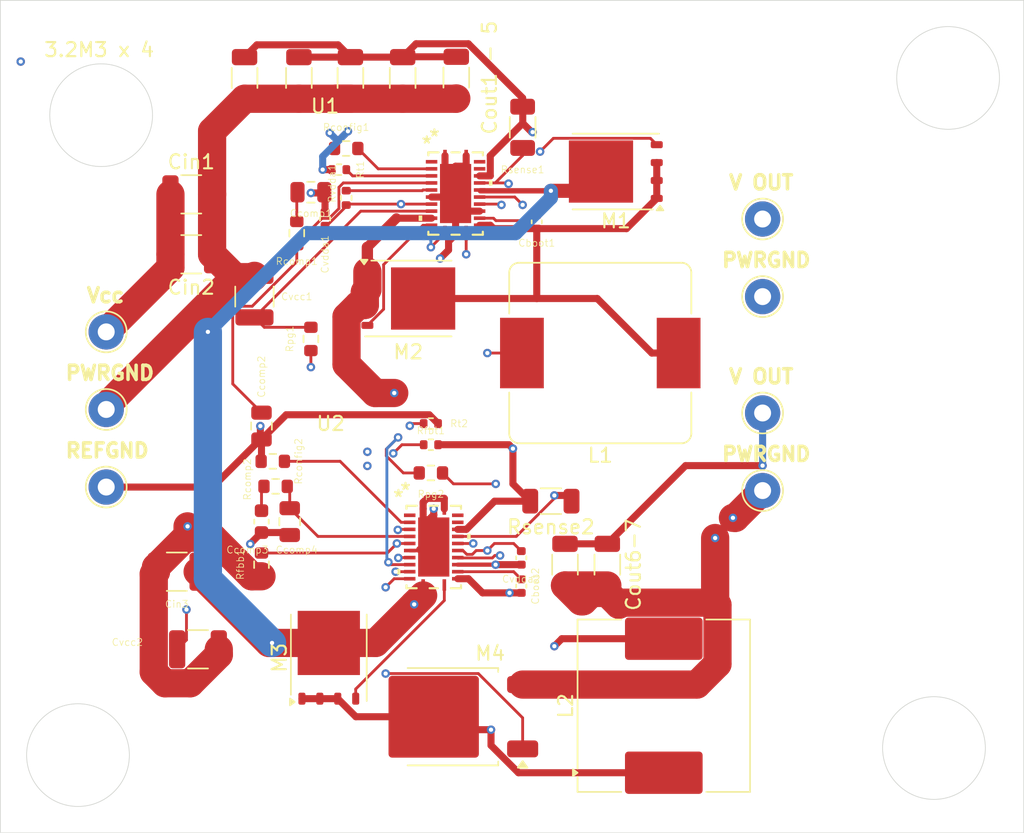
<source format=kicad_pcb>
(kicad_pcb (version 20241229) (generator "pcbnew") (generator_version "9.0")
  (layers (0 "F.Cu" signal) (4 "In1.Cu" mixed) (6 "In2.Cu" mixed) (2 "B.Cu" signal) (13 "F.Paste" user) (15 "B.Paste" user) (5 "F.SilkS" user "F.Silkscreen") (7 "B.SilkS" user "B.Silkscreen") (1 "F.Mask" user) (3 "B.Mask" user) (25 "Edge.Cuts" user))
  (net 0 "")
  (net 1 "Net-(U1-CBOOT)")
  (net 2 "Net-(M2-D)")
  (net 3 "Net-(M4-D)")
  (net 4 "Net-(U2-CBOOT)")
  (net 5 "GNDREF")
  (net 6 "Net-(Ccomp1-Pad1)")
  (net 7 "Net-(U1-EXTCOMP)")
  (net 8 "Net-(Ccomp3-Pad2)")
  (net 9 "Net-(U2-EXTCOMP)")
  (net 10 "GNDPWR")
  (net 11 "VCC")
  (net 12 "Net-(Con2-Pin_1)")
  (net 13 "Net-(Con3-Pin_1)")
  (net 14 "Net-(U1-VCC)")
  (net 15 "Net-(U2-VCC)")
  (net 16 "Net-(U1-PFM{slash}SYNC)")
  (net 17 "Net-(U2-PFM{slash}SYNC)")
  (net 18 "Net-(U1-ISNS+)")
  (net 19 "Net-(U2-ISNS+)")
  (net 20 "Net-(M1-G)")
  (net 21 "Net-(M2-G)")
  (net 22 "Net-(M3-G)")
  (net 23 "Net-(M4-G)")
  (net 24 "Net-(U1-CNFG)")
  (net 25 "Net-(U2-CNFG)")
  (net 26 "Net-(U2-FB)")
  (net 27 "Net-(U1-PG{slash}SYNCOUT)")
  (net 28 "Net-(U2-PG{slash}SYNCOUT)")
  (net 29 "Net-(U1-RT)")
  (net 30 "Net-(U2-RT)")
  (net 31 "Net-(U1-FB)")
  (footprint "Resistor_SMD:R_0402_1005Metric" (layer "F.Cu") (at 70 50 180)
    (property "Reference" "Rfbt1")
    (property "Value" "232K")
  )
  (footprint "Resistor_SMD:R_0603_1608Metric" (layer "F.Cu") (at 70 52)
    (property "Reference" "Rpg2")
    (property "Value" "100k")
  )
  (footprint "Capacitor_SMD:C_0402_1005Metric" (layer "F.Cu") (at 76.4036 58.02 -90)
    (property "Reference" "Cvdda2")
    (property "Value" "100n")
  )
  (footprint "Capacitor_SMD:C_0402_1005Metric" (layer "F.Cu") (at 76.4036 60.02 -90)
    (property "Reference" "Cboot2")
    (property "Value" "100n")
  )
  (footprint "Resistor_SMD:R_0402_1005Metric" (layer "F.Cu") (at 70 48.5 180)
    (property "Reference" "Rt2")
    (property "Value" "29.4K")
  )
  (footprint "Capacitor_SMD:C_0805_2012Metric" (layer "F.Cu") (at 60 55.45 90)
    (property "Reference" "Ccomp4")
    (property "Value" "68p")
  )
  (footprint "Capacitor_SMD:C_1210_3225Metric" (layer "F.Cu") (at 52 59 180)
    (property "Reference" "Cin3")
    (property "Value" "3.3u")
  )
  (footprint "Resistor_SMD:R_0603_1608Metric" (layer "F.Cu") (at 58 58.5 -90)
    (property "Reference" "Rfbb1")
    (property "Value" "10K")
  )
  (footprint "Wire Holes:Vout Holed" (layer "F.Cu") (at 93.5 34)
    (property "Reference" "Con2" (hide yes))
    (property "Value" "12V Out" (hide yes))
  )
  (footprint "Resistor_SMD:R_0603_1608Metric" (layer "F.Cu") (at 58.8 51.175)
    (property "Reference" "Rconfig2")
    (property "Value" "40.2K")
  )
  (footprint "Resistor_SMD:R_0603_1608Metric" (layer "F.Cu") (at 61.5 42.5 -90)
    (property "Reference" "Rpg1")
    (property "Value" "100K")
  )
  (footprint "Package_TO_SOT_SMD:TO-252-2" (layer "F.Cu") (at 71.46 69.28 180)
    (property "Reference" "M4")
    (property "Value" "100V 200A")
  )
  (footprint "Capacitor_SMD:C_1206_3216Metric" (layer "F.Cu") (at 79.5 58.5 -90)
    (property "Reference" "Cout7" (hide yes))
    (property "Value" "4.7u")
  )
  (footprint "Resistor_SMD:R_0603_1608Metric" (layer "F.Cu") (at 59 52.95)
    (property "Reference" "Rcomp2")
    (property "Value" "5.23k")
  )
  (footprint "Package_TO_SOT_SMD:TDSON-8-1" (layer "F.Cu") (at 83.1 30.635 180)
    (property "Reference" "M1")
    (property "Value" "80V 77A")
  )
  (footprint "Resistor_SMD:R_1206_3216Metric" (layer "F.Cu") (at 76.5 27.5 90)
    (property "Reference" "Rsense1")
    (property "Value" "6m")
  )
  (footprint "Inductor_SMD:L_Coilcraft_MSS1210-XXX" (layer "F.Cu") (at 86.5 68.5 90)
    (property "Reference" "L2")
    (property "Value" "10u")
  )
  (footprint "Resistor_SMD:R_0603_1608Metric" (layer "F.Cu") (at 60.5 35 -90)
    (property "Reference" "Rcomp1")
    (property "Value" "4.7K")
  )
  (footprint "Capacitor_SMD:C_0805_2012Metric" (layer "F.Cu") (at 61.5 32.1)
    (property "Reference" "Ccomp1")
    (property "Value" "3.9n")
  )
  (footprint "Capacitor_SMD:C_1210_3225Metric" (layer "F.Cu") (at 53.025 32.25)
    (property "Reference" "Cin1")
    (property "Value" "2.2u")
  )
  (footprint "Capacitor_SMD:C_1206_3216Metric" (layer "F.Cu") (at 68 24 -90)
    (property "Reference" "Cout2" (hide yes))
    (property "Value" "10u")
  )
  (footprint "Resistor_SMD:R_0603_1608Metric" (layer "F.Cu") (at 64 29)
    (property "Reference" "Rconfig1")
    (property "Value" "40.2K")
  )
  (footprint "Capacitor_SMD:C_0805_2012Metric" (layer "F.Cu") (at 58 48.675 -90)
    (property "Reference" "Ccomp2")
    (property "Value" "100p")
  )
  (footprint "Resistor_SMD:R_0402_1005Metric" (layer "F.Cu") (at 64 32.5 -90)
    (property "Reference" "Rvdda1")
    (property "Value" "47.5K")
  )
  (footprint "Wire Holes:Vin Holes" (layer "F.Cu") (at 47 42)
    (property "Reference" "Con1" (hide yes))
    (property "Value" "Battery In" (hide yes))
  )
  (footprint "Wire Holes:Vout Holed" (layer "F.Cu") (at 93.5 47.75)
    (property "Reference" "Con3" (hide yes))
    (property "Value" "19.5V Out" (hide yes))
  )
  (footprint "Inductor_SMD:L_Bourns_SRP1245A" (layer "F.Cu") (at 82 43.5 180)
    (property "Reference" "L1")
    (property "Value" "6.8u")
  )
  (footprint "Capacitor_SMD:C_1206_3216Metric" (layer "F.Cu") (at 82.5 58.5 -90)
    (property "Reference" "Cout6-7")
    (property "Value" "4.7u")
  )
  (footprint "Capacitor_SMD:C_1206_3216Metric" (layer "F.Cu") (at 64.3 24 -90)
    (property "Reference" "Cout3" (hide yes))
    (property "Value" "10u")
  )
  (footprint "Capacitor_SMD:C_1206_3216Metric" (layer "F.Cu") (at 60.65 24 -90)
    (property "Reference" "Cout4" (hide yes))
    (property "Value" "10u")
  )
  (footprint "Resistor_SMD:R_0402_1005Metric" (layer "F.Cu") (at 63.5 30.5)
    (property "Reference" "Rt1")
    (property "Value" "39K")
  )
  (footprint "LM5149:VQFN24_RGY_TEX" (layer "F.Cu") (at 71.75 32.1924)
    (property "Reference" "U1")
    (property "Value" "LM5149RGYR")
  )
  (footprint "Package_TO_SOT_SMD:TDSON-8-1" (layer "F.Cu") (at 68.4 39.635)
    (property "Reference" "M2")
    (property "Value" "80V 77A")
  )
  (footprint "LM5149:VQFN24_RGY_TEX" (layer "F.Cu") (at 70.2018 57.25)
    (property "Reference" "U2")
    (property "Value" "LM5149RGYR")
  )
  (footprint "Resistor_SMD:R_1206_3216Metric" (layer "F.Cu") (at 78.5 54 180)
    (property "Reference" "Rsense2")
    (property "Value" "9m")
  )
  (footprint "Capacitor_SMD:C_0603_1608Metric" (layer "F.Cu") (at 58 55.45 90)
    (property "Reference" "Ccomp3")
    (property "Value" "2.7n")
  )
  (footprint "Capacitor_SMD:C_1210_3225Metric" (layer "F.Cu") (at 53.025 36.5)
    (property "Reference" "Cin2")
    (property "Value" "2.2u")
  )
  (footprint "Capacitor_SMD:C_0402_1005Metric" (layer "F.Cu") (at 62.5 34 90)
    (property "Reference" "Cvdda1")
    (property "Value" "100n")
  )
  (footprint "Capacitor_SMD:C_1210_3225Metric" (layer "F.Cu") (at 57.5 39.5 90)
    (property "Reference" "Cvcc1")
    (property "Value" "2.2u")
  )
  (footprint "Capacitor_SMD:C_1206_3216Metric" (layer "F.Cu") (at 56.8 24 -90)
    (property "Reference" "Cout5" (hide yes))
    (property "Value" "10u")
  )
  (footprint "Capacitor_SMD:C_1206_3216Metric" (layer "F.Cu") (at 71.8 23.975 -90)
    (property "Reference" "Cout1 - 5")
    (property "Value" "10u")
  )
  (footprint "Package_TO_SOT_SMD:TDSON-8-1" (layer "F.Cu") (at 62.7686 65.1 90)
    (property "Reference" "M3")
    (property "Value" "80V 77A")
  )
  (footprint "Capacitor_SMD:C_1210_3225Metric" (layer "F.Cu") (at 53.5 64.5)
    (property "Reference" "Cvcc2")
    (property "Value" "2.2u")
  )
  (footprint "Capacitor_SMD:C_0402_1005Metric" (layer "F.Cu") (at 77.5 34.2 -90)
    (property "Reference" "Cboot1")
    (property "Value" "100n")
  )
  (gr_circle (center 46.640055 26.640055) (end 50.140055 25.640055) (stroke (width 0.05)) (fill no) (layer "Edge.Cuts"))
  (gr_circle (center 105.640055 71.5) (end 109.140055 70.5) (stroke (width 0.05)) (fill no) (layer "Edge.Cuts"))
  (gr_rect (start 39.5 18.5) (end 112 77.5) (stroke (width 0.05)) (fill no) (layer "Edge.Cuts"))
  (gr_circle (center 45 72) (end 48.5 71) (stroke (width 0.05)) (fill no) (layer "Edge.Cuts"))
  (gr_circle (center 106.640055 24) (end 110.140055 23) (stroke (width 0.05)) (fill no) (layer "Edge.Cuts"))
  (gr_text "3.2M3 x 4" (at 46.5 22 0) (layer "F.SilkS") (effects (font (size 1 1))))
  (segment (start 74.6082 34.1148) (end 77.1052 34.1148) (width 0.2) (layer "F.Cu") (net 1))
  (segment (start 74.4358 33.9424) (end 74.6082 34.1148) (width 0.2) (layer "F.Cu") (net 1))
  (segment (start 77.1052 34.1148) (end 77.5 33.72) (width 0.2) (layer "F.Cu") (net 1))
  (segment (start 73.4518 33.9424) (end 74.4358 33.9424) (width 0.2) (layer "F.Cu") (net 1))
  (segment (start 69.45 39.635) (end 77.5 39.635) (width 0.5) (layer "F.Cu") (net 2))
  (segment (start 81.785 39.635) (end 85.65 43.5) (width 0.5) (layer "F.Cu") (net 2))
  (segment (start 83.86 34.68) (end 86 32.54) (width 0.5) (layer "F.Cu") (net 2))
  (segment (start 73.4518 34.4424) (end 74.2082 34.4424) (width 0.5) (layer "F.Cu") (net 2))
  (segment (start 74.2082 34.4424) (end 74.4458 34.68) (width 0.5) (layer "F.Cu") (net 2))
  (segment (start 86 32.54) (end 86 31.27) (width 0.5) (layer "F.Cu") (net 2))
  (segment (start 87.55 43.5) (end 85.65 43.5) (width 0.5) (layer "F.Cu") (net 2))
  (segment (start 77.5 39.635) (end 81.785 39.635) (width 0.5) (layer "F.Cu") (net 2))
  (segment (start 77.5 39.635) (end 77.5 34.68) (width 0.5) (layer "F.Cu") (net 2))
  (segment (start 86 30) (end 86 31.27) (width 0.5) (layer "F.Cu") (net 2))
  (segment (start 74.4458 34.68) (end 77.5 34.68) (width 0.5) (layer "F.Cu") (net 2))
  (segment (start 77.5 34.68) (end 83.86 34.68) (width 0.5) (layer "F.Cu") (net 2))
  (segment (start 73.66 60.5) (end 72.66 59.5) (width 0.5) (layer "F.Cu") (net 3))
  (segment (start 75.5717 60.5) (end 76.4036 60.5) (width 0.5) (layer "F.Cu") (net 3))
  (segment (start 86.5 73.25) (end 76.2007 73.25) (width 0.5) (layer "F.Cu") (net 3))
  (segment (start 71.12 70.2) (end 70.2 69.28) (width 0.5) (layer "F.Cu") (net 3))
  (segment (start 62.1336 68) (end 63.4036 68) (width 0.5) (layer "F.Cu") (net 3))
  (segment (start 75.5717 60.5) (end 73.66 60.5) (width 0.5) (layer "F.Cu") (net 3))
  (segment (start 64.6836 69.28) (end 70.2 69.28) (width 0.5) (layer "F.Cu") (net 3))
  (segment (start 71.9036 59.5) (end 72.66 59.5) (width 0.5) (layer "F.Cu") (net 3))
  (segment (start 63.4036 68) (end 64.6836 69.28) (width 0.5) (layer "F.Cu") (net 3))
  (segment (start 60.8636 68) (end 62.1336 68) (width 0.5) (layer "F.Cu") (net 3))
  (segment (start 74.2595 71.3088) (end 74.2595 70.2) (width 0.5) (layer "F.Cu") (net 3))
  (segment (start 74.2595 70.2) (end 71.12 70.2) (width 0.5) (layer "F.Cu") (net 3))
  (segment (start 76.2007 73.25) (end 74.2595 71.3088) (width 0.5) (layer "F.Cu") (net 3))
  (via (at 75.5717 60.5) (size 0.6) (drill 0.3) (layers "F.Cu" "B.Cu") (net 3))
  (via (at 74.2595 70.2) (size 0.6) (drill 0.3) (layers "F.Cu" "B.Cu") (net 3))
  (segment (start 75.8636 59) (end 76.4036 59.54) (width 0.2) (layer "F.Cu") (net 4))
  (segment (start 71.9036 59) (end 75.8636 59) (width 0.2) (layer "F.Cu") (net 4))
  (segment (start 70.2014 54.9666) (end 69.854 55.314) (width 0.5) (layer "F.Cu") (net 5))
  (segment (start 64.1233 27.7793) (end 63.175 28.7276) (width 0.5) (layer "F.Cu") (net 5))
  (segment (start 70.2018 54.5372) (end 70.2014 54.5376) (width 0.5) (layer "F.Cu") (net 5))
  (segment (start 71.7436 30.2564) (end 71.6529 30.3471) (width 0.5) (layer "F.Cu") (net 5))
  (segment (start 47 53) (end 54.5439 53) (width 0.5) (layer "F.Cu") (net 5))
  (segment (start 74.581 58.5) (end 74.5851 58.5041) (width 0.5) (layer "F.Cu") (net 5))
  (segment (start 62.3965 32.1535) (end 62.45 32.1) (width 0.5) (layer "F.Cu") (net 5))
  (segment (start 57.9189 49.625) (end 57.9189 48.675) (width 0.5) (layer "F.Cu") (net 5))
  (segment (start 58 49.625) (end 57.9189 49.625) (width 0.5) (layer "F.Cu") (net 5))
  (segment (start 71.6529 30.3471) (end 71.6529 32.0953) (width 0.5) (layer "F.Cu") (net 5))
  (segment (start 58 56.225) (end 59.825 56.225) (width 0.5) (layer "F.Cu") (net 5))
  (segment (start 70.2018 57.25) (end 70.0246 57.4272) (width 0.5) (layer "F.Cu") (net 5))
  (segment (start 72.5 30.2564) (end 71.7436 30.2564) (width 0.5) (layer "F.Cu") (net 5))
  (segment (start 58 49.625) (end 59.7489 47.8761) (width 0.5) (layer "F.Cu") (net 5))
  (segment (start 58 56.225) (end 57.2065 57.0185) (width 0.5) (layer "F.Cu") (net 5))
  (segment (start 70.2018 57.0354) (end 70.2018 57.25) (width 0.5) (layer "F.Cu") (net 5))
  (segment (start 69.2061 57.4272) (end 69.1333 57.5) (width 0.2538) (layer "F.Cu") (net 5))
  (segment (start 71.2519 36.1964) (end 71.2519 35.5929) (width 0.5) (layer "F.Cu") (net 5))
  (segment (start 62.3965 32.1535) (end 62.5 32.257) (width 0.5) (layer "F.Cu") (net 5))
  (segment (start 71.0907 30.3471) (end 71 30.2564) (width 0.5) (layer "F.Cu") (net 5))
  (segment (start 69.4518 54.1794) (end 69.4518 54.0762) (width 0.5) (layer "F.Cu") (net 5))
  (segment (start 62.3343 30.5) (end 62.99 30.5) (width 0.5) (layer "F.Cu") (net 5))
  (segment (start 69.2083 57.4272) (end 69.2061 57.4272) (width 0.2538) (layer "F.Cu") (net 5))
  (segment (start 70.6533 36.795) (end 71.2519 36.1964) (width 0.5) (layer "F.Cu") (net 5))
  (segment (start 59.7489 47.8761) (end 69.8861 47.8761) (width 0.5) (layer "F.Cu") (net 5))
  (segment (start 62.5 32.257) (end 62.5 33.52) (width 0.5) (layer "F.Cu") (net 5))
  (segment (start 69.4518 54.5576) (end 69.4518 55.314) (width 0.5) (layer "F.Cu") (net 5))
  (segment (start 70.0482 32.4424) (end 71.5 32.4424) (width 0.5) (layer "F.Cu") (net 5))
  (segment (start 73.4518 33.4424) (end 72.6954 33.4424) (width 0.5) (layer "F.Cu") (net 5))
  (segment (start 69.854 55.314) (end 69.4518 55.314) (width 0.5) (layer "F.Cu") (net 5))
  (segment (start 61.5 32.1535) (end 62.3965 32.1535) (width 0.5) (layer "F.Cu") (net 5))
  (segment (start 69.7268 53.8012) (end 69.4518 54.0762) (width 0.5) (layer "F.Cu") (net 5))
  (segment (start 58 51.15) (end 58 49.625) (width 0.5) (layer "F.Cu") (net 5))
  (segment (start 71.75 33.4424) (end 72.6954 33.4424) (width 0.5) (layer "F.Cu") (net 5))
  (segment (start 69.4518 54.5576) (end 69.4518 54.5125) (width 0.5) (layer "F.Cu") (net 5))
  (segment (start 69.8861 47.8761) (end 70.51 48.5) (width 0.5) (layer "F.Cu") (net 5))
  (segment (start 70.9518 54.5576) (end 70.9518 53.8012) (width 0.5) (layer "F.Cu") (net 5))
  (segment (start 76.4036 58.5) (end 74.5892 58.5) (width 0.5) (layer "F.Cu") (net 5))
  (segment (start 70.9518 53.8012) (end 69.7268 53.8012) (width 0.5) (layer "F.Cu") (net 5))
  (segment (start 57.975 51.175) (end 58 51.15) (width 0.5) (layer "F.Cu") (net 5))
  (segment (start 71.75 33.4424) (end 71.75 32.1924) (width 0.5) (layer "F.Cu") (net 5))
  (segment (start 70.2014 54.5376) (end 70.2014 54.9666) (width 0.5) (layer "F.Cu") (net 5))
  (segment (start 70.2018 54.967) (end 70.2014 54.9666) (width 0.5) (layer "F.Cu") (net 5))
  (segment (start 54.5439 53) (end 57.9189 49.625) (width 0.5) (layer "F.Cu") (net 5))
  (segment (start 71.75 35.0949) (end 71.75 33.4424) (width 0.5) (layer "F.Cu") (net 5))
  (segment (start 68.5 57.5) (end 69.1333 57.5) (width 0.2538) (layer "F.Cu") (net 5))
  (segment (start 71 29.5) (end 71 30.2564) (width 0.5) (layer "F.Cu") (net 5))
  (segment (start 71.9036 58.5) (end 74.581 58.5) (width 0.3) (layer "F.Cu") (net 5))
  (segment (start 71.5 32.4424) (end 71.75 32.1924) (width 0.5) (layer "F.Cu") (net 5))
  (segment (start 70.2018 57.0354) (end 70.2018 54.967) (width 0.5) (layer "F.Cu") (net 5))
  (segment (start 71.6529 30.3471) (end 71.0907 30.3471) (width 0.5) (layer "F.Cu") (net 5))
  (segment (start 71.252 35.5929) (end 71.75 35.0949) (width 0.5) (layer "F.Cu") (net 5))
  (segment (start 59.825 56.225) (end 60 56.4) (width 0.5) (layer "F.Cu") (net 5))
  (segment (start 63.175 28.7276) (end 63.175 29) (width 0.5) (layer "F.Cu") (net 5))
  (segment (start 71.2519 35.5929) (end 71.252 35.5929) (width 0.5) (layer "F.Cu") (net 5))
  (segment (start 74.5892 58.5) (end 74.5851 58.5041) (width 0.5) (layer "F.Cu") (net 5))
  (segment (start 70.0246 57.4272) (end 69.2083 57.4272) (width 0.5) (layer "F.Cu") (net 5))
  (segment (start 71.6529 32.0953) (end 71.75 32.1924) (width 0.5) (layer "F.Cu") (net 5))
  (segment (start 69.4518 54.1794) (end 69.4518 54.5125) (width 0.5) (layer "F.Cu") (net 5))
  (segment (start 72.5 29.5) (end 72.5 30.2564) (width 0.5) (layer "F.Cu") (net 5))
  (segment (start 57.2065 57.0185) (end 57.2065 57.0353) (width 0.5) (layer "F.Cu") (net 5))
  (via (at 64.1233 27.7793) (size 0.6) (drill 0.3) (layers "F.Cu" "B.Cu") (net 5))
  (via (at 70.6533 36.795) (size 0.6) (drill 0.3) (layers "F.Cu" "B.Cu") (net 5))
  (via (at 74.5851 58.5041) (size 0.6) (drill 0.3) (layers "F.Cu" "B.Cu") (net 5))
  (via (at 57.9189 48.675) (size 0.6) (drill 0.3) (layers "F.Cu" "B.Cu") (net 5))
  (via (at 62.8353 27.9021) (size 0.6) (drill 0.3) (layers "F.Cu" "B.Cu") (net 5))
  (via (at 62.3343 30.5) (size 0.6) (drill 0.3) (layers "F.Cu" "B.Cu") (net 5))
  (via (at 61.5 32.1535) (size 0.6) (drill 0.3) (layers "F.Cu" "B.Cu") (net 5))
  (via (at 40.9433 22.84) (size 0.6) (drill 0.3) (layers "F.Cu" "B.Cu") (net 5))
  (via (at 57.2065 57.0353) (size 0.6) (drill 0.3) (layers "F.Cu" "B.Cu") (net 5))
  (via (at 70.2018 54.5372) (size 0.6) (drill 0.3) (layers "F.Cu" "B.Cu") (net 5))
  (segment (start 64.1233 27.7793) (end 63.4179 28.4847) (width 0.5) (layer "B.Cu") (net 5))
  (segment (start 62.3343 29.5683) (end 62.3343 30.5) (width 0.5) (layer "B.Cu") (net 5))
  (segment (start 63.4179 28.4847) (end 62.8353 27.9021) (width 0.5) (layer "B.Cu") (net 5))
  (segment (start 63.4179 28.4847) (end 62.3343 29.5683) (width 0.5) (layer "B.Cu") (net 5))
  (segment (start 60.55 32.1) (end 60.5 32.15) (width 0.2) (layer "F.Cu") (net 6))
  (segment (start 60.5 32.15) (end 60.5 34.175) (width 0.2) (layer "F.Cu") (net 6))
  (segment (start 58 47.725) (end 55.9643 45.6893) (width 0.2) (layer "F.Cu") (net 7))
  (segment (start 63.7961 31.4424) (end 63.4858 31.7527) (width 0.2) (layer "F.Cu") (net 7))
  (segment (start 60.5 37.0241) (end 60.5 35.825) (width 0.2) (layer "F.Cu") (net 7))
  (segment (start 62.7911 33.9522) (end 62.2908 33.9522) (width 0.2) (layer "F.Cu") (net 7))
  (segment (start 57.343 40.1811) (end 60.5 37.0241) (width 0.2) (layer "F.Cu") (net 7))
  (segment (start 55.9643 45.6893) (end 55.9643 40.4936) (width 0.2) (layer "F.Cu") (net 7))
  (segment (start 63.4858 33.2575) (end 62.7911 33.9522) (width 0.2) (layer "F.Cu") (net 7))
  (segment (start 62.2908 33.9522) (end 60.5 35.743) (width 0.2) (layer "F.Cu") (net 7))
  (segment (start 70.0482 31.4424) (end 63.7961 31.4424) (width 0.2) (layer "F.Cu") (net 7))
  (segment (start 56.2768 40.1811) (end 57.343 40.1811) (width 0.2) (layer "F.Cu") (net 7))
  (segment (start 63.4858 31.7527) (end 63.4858 33.2575) (width 0.2) (layer "F.Cu") (net 7))
  (segment (start 60.5 35.743) (end 60.5 35.825) (width 0.2) (layer "F.Cu") (net 7))
  (segment (start 55.9643 40.4936) (end 56.2768 40.1811) (width 0.2) (layer "F.Cu") (net 7))
  (segment (start 58 53.125) (end 58 54.675) (width 0.2) (layer "F.Cu") (net 8))
  (segment (start 58.175 52.95) (end 58 53.125) (width 0.2) (layer "F.Cu") (net 8))
  (segment (start 60 54.5) (end 62 56.5) (width 0.2) (layer "F.Cu") (net 9))
  (segment (start 60 53.125) (end 60 54.5) (width 0.2) (layer "F.Cu") (net 9))
  (segment (start 62 56.5) (end 68.5 56.5) (width 0.2) (layer "F.Cu") (net 9))
  (segment (start 59.825 52.95) (end 60 53.125) (width 0.2) (layer "F.Cu") (net 9))
  (segment (start 91.5675 55.1826) (end 91.5675 55.1825) (width 2) (layer "F.Cu") (net 10))
  (segment (start 91.3977 55.1826) (end 91.5675 55.1826) (width 2) (layer "F.Cu") (net 10))
  (segment (start 54.975 64.8849) (end 52.9523 66.9076) (width 2) (layer "F.Cu") (net 10))
  (segment (start 54.975 64.5) (end 54.975 64.8849) (width 2) (layer "F.Cu") (net 10))
  (segment (start 70.0482 33.942399) (end 67.557601 33.942399) (width 0.5) (layer "F.Cu") (net 10))
  (segment (start 90.3026 61.3624) (end 90.1375 61.1973) (width 2) (layer "F.Cu") (net 10))
  (segment (start 56.1211 38.1211) (end 47 47.2422) (width 2) (layer "F.Cu") (net 10))
  (segment (start 81.3797 60.5057) (end 80.7895 61.0959) (width 2) (layer "F.Cu") (net 10))
  (segment (start 65.5 39) (end 65.5 37.73) (width 2) (layer "F.Cu") (net 10))
  (segment (start 52.7626 56.5974) (end 52.6098 56.5974) (width 2) (layer "F.Cu") (net 10))
  (segment (start 51.1655 66.9076) (end 50.3692 66.1113) (width 2) (layer "F.Cu") (net 10))
  (segment (start 65.3218 40.0918) (end 64.8585 40.0918) (width 2) (layer "F.Cu") (net 10))
  (segment (start 83.3171 61.3406) (end 83.317 61.3406) (width 2) (layer "F.Cu") (net 10))
  (segment (start 82.5 59.975) (end 79.5 59.975) (width 2) (layer "F.Cu") (net 10))
  (segment (start 65.3218 40.0918) (end 65.5 40.27) (width 0.5008) (layer "F.Cu") (net 10))
  (segment (start 54.5824 56.5974) (end 52.7626 56.5974) (width 2) (layer "F.Cu") (net 10))
  (segment (start 57.31 59.325) (end 54.5824 56.5974) (width 2) (layer "F.Cu") (net 10))
  (segment (start 68.5 58.999999) (end 67.5 59) (width 0.2) (layer "F.Cu") (net 10))
  (segment (start 56.1211 38.1211) (end 54.5 36.5) (width 2) (layer "F.Cu") (net 10))
  (segment (start 64.0228 40.9275) (end 64.0228 44.3037) (width 2) (layer "F.Cu") (net 10))
  (segment (start 71.8 25.45) (end 71.775 25.475) (width 2) (layer "F.Cu") (net 10))
  (segment (start 66.0521 46.333) (end 67.4039 46.333) (width 2) (layer "F.Cu") (net 10))
  (segment (start 63.2894 25.475) (end 64.3 25.475) (width 2) (layer "F.Cu") (net 10))
  (segment (start 54.5 27.775) (end 54.5 32.25) (width 2) (layer "F.Cu") (net 10))
  (segment (start 60.65 25.475) (end 63.2894 25.475) (width 2) (layer "F.Cu") (net 10))
  (segment (start 83.4604 61.1973) (end 83.3171 61.3406) (width 2) (layer "F.Cu") (net 10))
  (segment (start 82.6235 60.6471) (end 82.5995 60.6471) (width 2) (layer "F.Cu") (net 10))
  (segment (start 71.775 25.475) (end 68 25.475) (width 2) (layer "F.Cu") (net 10))
  (segment (start 80.7895 61.0959) (end 80.6209 61.0959) (width 2) (layer "F.Cu") (net 10))
  (segment (start 83.317 61.3406) (end 82.6235 60.6471) (width 2) (layer "F.Cu") (net 10))
  (segment (start 56.8 25.475) (end 54.5 27.775) (width 2) (layer "F.Cu") (net 10))
  (segment (start 90.1375 61.1973) (end 83.4604 61.1973) (width 2) (layer "F.Cu") (net 10))
  (segment (start 90.1375 61.1973) (end 90.1375 56.6125) (width 2) (layer "F.Cu") (net 10))
  (segment (start 47 47.2422) (end 47 47.5) (width 2) (layer "F.Cu") (net 10))
  (segment (start 54.5 36.5) (end 54.5 32.25) (width 2) (layer "F.Cu") (net 10))
  (segment (start 52.9523 66.9076) (end 51.1655 66.9076) (width 2) (layer "F.Cu") (net 10))
  (segment (start 64.8585 40.0918) (end 64.0228 40.9275) (width 2) (layer "F.Cu") (net 10))
  (segment (start 90.3026 65.5395) (end 90.3026 61.3624) (width 2) (layer "F.Cu") (net 10))
  (segment (start 80.6209 61.0959) (end 79.5 59.975) (width 2) (layer "F.Cu") (net 10))
  (segment (start 58 59.325) (end 57.31 59.325) (width 2) (layer "F.Cu") (net 10))
  (segment (start 91.5675 55.1825) (end 93.5 53.25) (width 2) (layer "F.Cu") (net 10))
  (segment (start 76.5 67) (end 88.8421 67) (width 2) (layer "F.Cu") (net 10))
  (segment (start 50.3692 66.1113) (end 50.3692 59.1558) (width 2) (layer "F.Cu") (net 10))
  (segment (start 52.6098 56.5974) (end 50.525 58.6822) (width 2) (layer "F.Cu") (net 10))
  (segment (start 57.4039 38.1211) (end 57.5 38.025) (width 2) (layer "F.Cu") (net 10))
  (segment (start 64.0228 44.3037) (end 66.0521 46.333) (width 2) (layer "F.Cu") (net 10))
  (segment (start 50.3692 59.1558) (end 50.525 59) (width 2) (layer "F.Cu") (net 10))
  (segment (start 88.8421 67) (end 90.3026 65.5395) (width 2) (layer "F.Cu") (net 10))
  (segment (start 82.4581 60.5057) (end 81.3797 60.5057) (width 2) (layer "F.Cu") (net 10))
  (segment (start 63.2894 25.475) (end 68 25.475) (width 2) (layer "F.Cu") (net 10))
  (segment (start 56.1211 38.1211) (end 57.4039 38.1211) (width 2) (layer "F.Cu") (net 10))
  (segment (start 67.557601 33.942399) (end 65.5 36) (width 0.7) (layer "F.Cu") (net 10))
  (segment (start 65.3218 39.1782) (end 65.3218 40.0918) (width 2) (layer "F.Cu") (net 10))
  (segment (start 82.5995 60.6471) (end 82.4581 60.5057) (width 2) (layer "F.Cu") (net 10))
  (segment (start 65.5 36) (end 65.5 37.73) (width 0.8) (layer "F.Cu") (net 10))
  (segment (start 65.5 39) (end 65.3218 39.1782) (width 2) (layer "F.Cu") (net 10))
  (segment (start 56.8 25.475) (end 60.65 25.475) (width 2) (layer "F.Cu") (net 10))
  (segment (start 52.7626 56.5974) (end 52.7626 55.7862) (width 2) (layer "F.Cu") (net 10))
  (segment (start 50.525 58.6822) (end 50.525 59) (width 2) (layer "F.Cu") (net 10))
  (via (at 65.5 51.5) (size 0.6) (drill 0.3) (layers "F.Cu" "B.Cu") (net 10))
  (via (at 67.5 59) (size 0.6) (drill 0.3) (layers "F.Cu" "B.Cu") (net 10))
  (via (at 67.4039 46.333) (size 0.6) (drill 0.3) (layers "F.Cu" "B.Cu") (net 10))
  (via (at 91.3977 55.1826) (size 0.6) (drill 0.3) (layers "F.Cu" "B.Cu") (net 10))
  (via (at 65.5 50.5) (size 0.6) (drill 0.3) (layers "F.Cu" "B.Cu") (net 10))
  (via (at 90.1375 56.6125) (size 0.6) (drill 0.3) (layers "F.Cu" "B.Cu") (net 10))
  (via (at 52.7626 55.7862) (size 0.6) (drill 0.3) (layers "F.Cu" "B.Cu") (net 10))
  (segment (start 62.7686 64.05) (end 66.0807 64.05) (width 2) (layer "F.Cu") (net 11))
  (segment (start 70.999999 35.000001) (end 70 36) (width 0.2) (layer "F.Cu") (net 11))
  (segment (start 68.81535 61.31535) (end 69.4518 60.6789) (width 2) (layer "F.Cu") (net 11))
  (segment (start 82.05 30.635) (end 80.685 32) (width 1) (layer "F.Cu") (net 11))
  (segment (start 70.999999 34.8848) (end 70.999999 35.000001) (width 0.2) (layer "F.Cu") (net 11))
  (segment (start 66.0807 64.05) (end 68.81535 61.31535) (width 2) (layer "F.Cu") (net 11))
  (segment (start 73.5094 32) (end 73.4518 31.9424) (width 0.2) (layer "F.Cu") (net 11))
  (segment (start 69.4518 60.6789) (end 69.4518 59.9424) (width 0.2538) (layer "F.Cu") (net 11))
  (segment (start 53.475 59) (end 58.525 64.05) (width 2) (layer "F.Cu") (net 11))
  (segment (start 78.5 32) (end 73.5094 32) (width 0.381) (layer "F.Cu") (net 11))
  (segment (start 47 42) (end 51.55 37.45) (width 2) (layer "F.Cu") (net 11))
  (segment (start 51.55 36.5) (end 51.55 32.25) (width 2) (layer "F.Cu") (net 11))
  (segment (start 51.55 37.45) (end 51.55 36.5) (width 2) (layer "F.Cu") (net 11))
  (segment (start 80.685 32) (end 78.5 32) (width 1) (layer "F.Cu") (net 11))
  (segment (start 58.525 64.05) (end 58.7473 64.05) (width 2) (layer "F.Cu") (net 11))
  (segment (start 58.7473 64.05) (end 62.7686 64.05) (width 2) (layer "F.Cu") (net 11))
  (segment (start 71.9036 57) (end 73 57) (width 0.2) (layer "F.Cu") (net 11))
  (via (at 68.81535 61.31535) (size 0.6) (drill 0.3) (layers "F.Cu" "B.Cu") (net 11))
  (via (at 58.7473 64.05) (size 0.6) (drill 0.3) (layers "F.Cu" "B.Cu") (net 11))
  (via (at 54.2025 42) (size 0.6) (drill 0.3) (layers "F.Cu" "B.Cu") (net 11))
  (via (at 70 36) (size 0.6) (drill 0.3) (layers "F.Cu" "B.Cu") (net 11))
  (via (at 78.5 32) (size 0.6) (drill 0.3) (layers "F.Cu" "B.Cu") (net 11))
  (via (at 73 57) (size 0.6) (drill 0.3) (layers "F.Cu" "B.Cu") (net 11))
  (segment (start 70 35.5) (end 69.5 35) (width 0.2) (layer "B.Cu") (net 11))
  (segment (start 78.5 32.5) (end 78.5 32) (width 1) (layer "B.Cu") (net 11))
  (segment (start 54.2025 42) (end 61.2025 35) (width 1) (layer "B.Cu") (net 11))
  (segment (start 54.2025 42) (end 54.2025 59.5052) (width 2) (layer "B.Cu") (net 11))
  (segment (start 70 36) (end 70 35.5) (width 0.2) (layer "B.Cu") (net 11))
  (segment (start 61.2025 35) (end 69.5 35) (width 1) (layer "B.Cu") (net 11))
  (segment (start 54.2025 59.5052) (end 58.7473 64.05) (width 2) (layer "B.Cu") (net 11))
  (segment (start 76 35) (end 78.5 32.5) (width 1) (layer "B.Cu") (net 11))
  (segment (start 69.5 35) (end 76 35) (width 1) (layer "B.Cu") (net 11))
  (segment (start 72.6569 21.5783) (end 76.5 25.4214) (width 0.5) (layer "F.Cu") (net 12))
  (segment (start 68.025 22.5) (end 68 22.525) (width 0.5) (layer "F.Cu") (net 12))
  (segment (start 64.3 22.525) (end 63.4283 21.6533) (width 0.5) (layer "F.Cu") (net 12))
  (segment (start 73.4518 30.9424) (end 74.2082 30.9424) (width 0.5) (layer "F.Cu") (net 12))
  (segment (start 71.8 22.5) (end 68.025 22.5) (width 0.5) (layer "F.Cu") (net 12))
  (segment (start 76.5086 26.0461) (end 76.5 26.0375) (width 0.5) (layer "F.Cu") (net 12))
  (segment (start 74.2082 29.5105) (end 74.2082 30.9424) (width 0.5) (layer "F.Cu") (net 12))
  (segment (start 76.5086 27.2101) (end 74.2082 29.5105) (width 0.5) (layer "F.Cu") (net 12))
  (segment (start 76.5 25.4214) (end 76.5 26.0375) (width 0.5) (layer "F.Cu") (net 12))
  (segment (start 68 22.525) (end 68.9467 21.5783) (width 0.5) (layer "F.Cu") (net 12))
  (segment (start 77.2081 27.8395) (end 77.138 27.8395) (width 0.5) (layer "F.Cu") (net 12))
  (segment (start 77.138 27.8395) (end 76.5086 27.2101) (width 0.5) (layer "F.Cu") (net 12))
  (segment (start 76.5086 27.2101) (end 76.5086 26.0461) (width 0.5) (layer "F.Cu") (net 12))
  (segment (start 68 22.525) (end 64.3 22.525) (width 0.5) (layer "F.Cu") (net 12))
  (segment (start 68.9467 21.5783) (end 72.6569 21.5783) (width 0.5) (layer "F.Cu") (net 12))
  (segment (start 63.4283 21.6533) (end 57.6717 21.6533) (width 0.5) (layer "F.Cu") (net 12))
  (segment (start 64.3 22.525) (end 60.65 22.525) (width 0.5) (layer "F.Cu") (net 12))
  (segment (start 57.6717 21.6533) (end 56.8 22.525) (width 0.5) (layer "F.Cu") (net 12))
  (via (at 77.2081 27.8395) (size 0.6) (drill 0.3) (layers "F.Cu" "B.Cu") (net 12))
  (segment (start 75.8113 52.7738) (end 77.0375 54) (width 0.5) (layer "F.Cu") (net 13))
  (segment (start 72.5123 56) (end 71.9036 56) (width 0.5) (layer "F.Cu") (net 13))
  (segment (start 74.5123 54) (end 72.5123 56) (width 0.5) (layer "F.Cu") (net 13))
  (segment (start 70.51 50) (end 75.5363 50) (width 0.5) (layer "F.Cu") (net 13))
  (segment (start 75.5363 50) (end 75.8113 50.275) (width 0.5) (layer "F.Cu") (net 13))
  (segment (start 93.4974 51.48) (end 88.045 51.48) (width 0.5) (layer "F.Cu") (net 13))
  (segment (start 88.045 51.48) (end 82.5 57.025) (width 0.5) (layer "F.Cu") (net 13))
  (segment (start 79.5 57.025) (end 82.5 57.025) (width 0.5) (layer "F.Cu") (net 13))
  (segment (start 77.0375 54) (end 74.5123 54) (width 0.5) (layer "F.Cu") (net 13))
  (segment (start 75.8113 50.275) (end 75.8113 52.7738) (width 0.5) (layer "F.Cu") (net 13))
  (via (at 75.8113 50.275) (size 0.6) (drill 0.3) (layers "F.Cu" "B.Cu") (net 13))
  (via (at 93.4974 51.48) (size 0.6) (drill 0.3) (layers "F.Cu" "B.Cu") (net 13))
  (segment (start 93.5 47.75) (end 93.5 51.4774) (width 0.5) (layer "B.Cu") (net 13))
  (segment (start 93.5 51.4774) (end 93.4974 51.48) (width 0.5) (layer "B.Cu") (net 13))
  (segment (start 57.5 40.975) (end 65.0326 33.4424) (width 0.2) (layer "F.Cu") (net 14))
  (segment (start 58.2 41.675) (end 57.5 40.975) (width 0.2) (layer "F.Cu") (net 14))
  (segment (start 61.5 41.675) (end 58.2 41.675) (width 0.2) (layer "F.Cu") (net 14))
  (segment (start 65.0326 33.4424) (end 70.0482 33.4424) (width 0.2) (layer "F.Cu") (net 14))
  (segment (start 66.8425 50.3143) (end 66.8425 50.7939) (width 0.2) (layer "F.Cu") (net 15))
  (segment (start 66.8425 50.7939) (end 68.0486 52) (width 0.2) (layer "F.Cu") (net 15))
  (segment (start 67.6768 49.48) (end 66.8425 50.3143) (width 0.2) (layer "F.Cu") (net 15))
  (segment (start 68.0486 52) (end 69.175 52) (width 0.2) (layer "F.Cu") (net 15))
  (segment (start 52.6854 63.8396) (end 52.6854 61.6843) (width 0.2) (layer "F.Cu") (net 15))
  (segment (start 66.9911 58.3287) (end 67.1624 58.5) (width 0.2) (layer "F.Cu") (net 15))
  (segment (start 67.1624 58.5) (end 68.5 58.5) (width 0.2) (layer "F.Cu") (net 15))
  (segment (start 52.025 64.5) (end 52.6854 63.8396) (width 0.2) (layer "F.Cu") (net 15))
  (via (at 52.6854 61.6843) (size 0.6) (drill 0.3) (layers "F.Cu" "B.Cu") (net 15))
  (via (at 66.9911 58.3287) (size 0.6) (drill 0.3) (layers "F.Cu" "B.Cu") (net 15))
  (via (at 67.6768 49.48) (size 0.6) (drill 0.3) (layers "F.Cu" "B.Cu") (net 15))
  (segment (start 66.9911 58.3287) (end 66.8823 58.2199) (width 0.2) (layer "B.Cu") (net 15))
  (segment (start 66.8823 58.2199) (end 66.8823 50.2745) (width 0.2) (layer "B.Cu") (net 15))
  (segment (start 66.8823 50.2745) (end 67.6768 49.48) (width 0.2) (layer "B.Cu") (net 15))
  (segment (start 67.8818 32.9424) (end 70.0482 32.9424) (width 0.2) (layer "F.Cu") (net 16))
  (segment (start 64 33.0992) (end 64 33.01) (width 0.2) (layer "F.Cu") (net 16))
  (segment (start 75.9424 32.4424) (end 76.5 33) (width 0.2) (layer "F.Cu") (net 16))
  (segment (start 62.5 34.48) (end 62.6192 34.48) (width 0.2) (layer "F.Cu") (net 16))
  (segment (start 73.4518 32.4424) (end 75.9424 32.4424) (width 0.2) (layer "F.Cu") (net 16))
  (segment (start 62.6192 34.48) (end 64 33.0992) (width 0.2) (layer "F.Cu") (net 16))
  (segment (start 64 33.01) (end 64.0676 32.9424) (width 0.2) (layer "F.Cu") (net 16))
  (segment (start 64.0676 32.9424) (end 67.8818 32.9424) (width 0.2) (layer "F.Cu") (net 16))
  (via (at 67.8818 32.9424) (size 0.6) (drill 0.3) (layers "F.Cu" "B.Cu") (net 16))
  (via (at 76.5 33) (size 0.6) (drill 0.3) (layers "F.Cu" "B.Cu") (net 16))
  (segment (start 74 57.5) (end 74.5 57) (width 0.2) (layer "F.Cu") (net 17))
  (segment (start 67.7137 58) (end 67.6924 58.0213) (width 0.2) (layer "F.Cu") (net 17))
  (segment (start 73.2091 57.5) (end 72.9343 57.7748) (width 0.2) (layer "F.Cu") (net 17))
  (segment (start 74 57.5) (end 73.2091 57.5) (width 0.2) (layer "F.Cu") (net 17))
  (segment (start 72.9343 57.7748) (end 72.5472 57.7748) (width 0.2) (layer "F.Cu") (net 17))
  (segment (start 68.5 58) (end 67.7137 58) (width 0.2) (layer "F.Cu") (net 17))
  (segment (start 75.8636 57) (end 76.4036 57.54) (width 0.2) (layer "F.Cu") (net 17))
  (segment (start 74.5 57) (end 75.8636 57) (width 0.2) (layer "F.Cu") (net 17))
  (segment (start 72.2724 57.5) (end 71.9036 57.5) (width 0.2) (layer "F.Cu") (net 17))
  (segment (start 72.5472 57.7748) (end 72.2724 57.5) (width 0.2) (layer "F.Cu") (net 17))
  (via (at 74 57.5) (size 0.6) (drill 0.3) (layers "F.Cu" "B.Cu") (net 17))
  (via (at 67.6924 58.0213) (size 0.6) (drill 0.3) (layers "F.Cu" "B.Cu") (net 17))
  (segment (start 74.557601 31.442399) (end 76.5 29.5) (width 0.2) (layer "F.Cu") (net 18))
  (segment (start 74.557601 31.442399) (end 75.442399 31.442399) (width 0.2) (layer "F.Cu") (net 18))
  (segment (start 76.5 29.5) (end 76.5 28.9625) (width 0.2) (layer "F.Cu") (net 18))
  (segment (start 75.442399 31.442399) (end 75.5 31.5) (width 0.2) (layer "F.Cu") (net 18))
  (segment (start 73.4518 31.442399) (end 74.557601 31.442399) (width 0.2) (layer "F.Cu") (net 18))
  (segment (start 74 43.5) (end 76.45 43.5) (width 0.2) (layer "F.Cu") (net 18))
  (via (at 74 43.5) (size 0.6) (drill 0.3) (layers "F.Cu" "B.Cu") (net 18))
  (via (at 75.5 31.5) (size 0.6) (drill 0.3) (layers "F.Cu" "B.Cu") (net 18))
  (via (at 75.5 31.5) (size 0.6) (drill 0.3) (layers "F.Cu" "B.Cu") (net 18))
  (segment (start 79.5581 53.5956) (end 79.9625 54) (width 0.5) (layer "F.Cu") (net 19))
  (segment (start 78.7468 53.802228) (end 78.7468 53.5956) (width 0.2) (layer "F.Cu") (net 19))
  (segment (start 78.7468 53.5956) (end 79.5581 53.5956) (width 0.5) (layer "F.Cu") (net 19))
  (segment (start 71.9036 56.499999) (end 76.049029 56.499999) (width 0.2) (layer "F.Cu") (net 19))
  (segment (start 86.5 63.75) (end 79.2768 63.75) (width 0.5) (layer "F.Cu") (net 19))
  (segment (start 79.2768 63.75) (end 78.7468 64.28) (width 0.5) (layer "F.Cu") (net 19))
  (segment (start 76.049029 56.499999) (end 78.7468 53.802228) (width 0.2) (layer "F.Cu") (net 19))
  (via (at 78.7468 64.28) (size 0.6) (drill 0.3) (layers "F.Cu" "B.Cu") (net 19))
  (via (at 78.7468 53.5956) (size 0.6) (drill 0.3) (layers "F.Cu" "B.Cu") (net 19))
  (segment (start 86 28.73) (end 85.5483 28.2783) (width 0.2) (layer "F.Cu") (net 20))
  (segment (start 72.500001 35.480701) (end 72.5105 35.4912) (width 0.2) (layer "F.Cu") (net 20))
  (segment (start 85.5483 28.2783) (end 78.6779 28.2783) (width 0.2) (layer "F.Cu") (net 20))
  (segment (start 72.5 35.4912) (end 72.5 36.5) (width 0.2) (layer "F.Cu") (net 20))
  (segment (start 78.6779 28.2783) (end 77.7353 29.2209) (width 0.2) (layer "F.Cu") (net 20))
  (segment (start 72.500001 34.8848) (end 72.500001 35.480701) (width 0.2) (layer "F.Cu") (net 20))
  (segment (start 72.5105 35.4912) (end 72.5 35.4912) (width 0.2) (layer "F.Cu") (net 20))
  (via (at 72.5 36.5) (size 0.6) (drill 0.3) (layers "F.Cu" "B.Cu") (net 20))
  (via (at 77.7353 29.2209) (size 0.6) (drill 0.3) (layers "F.Cu" "B.Cu") (net 20))
  (segment (start 65.5 41.54) (end 65.5023 41.54) (width 0.2) (layer "F.Cu") (net 21))
  (segment (start 65.5023 41.54) (end 66.6517 40.3906) (width 0.2) (layer "F.Cu") (net 21))
  (segment (start 66.6517 37.2325) (end 69.4418 34.4424) (width 0.2) (layer "F.Cu") (net 21))
  (segment (start 70.0482 34.4424) (end 69.4418 34.4424) (width 0.2) (layer "F.Cu") (net 21))
  (segment (start 66.6517 40.3906) (end 66.6517 37.2325) (width 0.2) (layer "F.Cu") (net 21))
  (segment (start 64.6736 67.317) (end 70.9518 61.0388) (width 0.2) (layer "F.Cu") (net 22))
  (segment (start 70.9518 59.9424) (end 70.9518 61.0388) (width 0.2) (layer "F.Cu") (net 22))
  (segment (start 64.6736 68) (end 64.6736 67.317) (width 0.2) (layer "F.Cu") (net 22))
  (segment (start 76.5 71.56) (end 76.5 69.3595) (width 0.2) (layer "F.Cu") (net 23))
  (segment (start 76.5 69.3595) (end 73.3609 66.2204) (width 0.2) (layer "F.Cu") (net 23))
  (segment (start 66.7948 60.1032) (end 67.398 59.5) (width 0.2) (layer "F.Cu") (net 23))
  (segment (start 67.398 59.5) (end 68.5 59.5) (width 0.2) (layer "F.Cu") (net 23))
  (segment (start 73.3609 66.2204) (end 66.7948 66.2204) (width 0.2) (layer "F.Cu") (net 23))
  (via (at 66.7948 66.2204) (size 0.6) (drill 0.3) (layers "F.Cu" "B.Cu") (net 23))
  (via (at 66.7948 60.1032) (size 0.6) (drill 0.3) (layers "F.Cu" "B.Cu") (net 23))
  (segment (start 64.825 29) (end 66.2674 30.4424) (width 0.2) (layer "F.Cu") (net 24))
  (segment (start 66.2674 30.4424) (end 70.0482 30.4424) (width 0.2) (layer "F.Cu") (net 24))
  (segment (start 63.5686 51.175) (end 59.625 51.175) (width 0.2) (layer "F.Cu") (net 25))
  (segment (start 68.5 55.5) (end 67.8936 55.5) (width 0.2) (layer "F.Cu") (net 25))
  (segment (start 67.8936 55.5) (end 63.5686 51.175) (width 0.2) (layer "F.Cu") (net 25))
  (segment (start 67.9484 50) (end 67.3356 50.6128) (width 0.2) (layer "F.Cu") (net 26))
  (segment (start 68.5 57) (end 67.5924 57) (width 0.2) (layer "F.Cu") (net 26))
  (segment (start 69.49 50) (end 67.9484 50) (width 0.2) (layer "F.Cu") (net 26))
  (segment (start 66.9174 57.675) (end 58 57.675) (width 0.2) (layer "F.Cu") (net 26))
  (segment (start 67.5924 57) (end 66.9174 57.675) (width 0.2) (layer "F.Cu") (net 26))
  (via (at 67.3356 50.6128) (size 0.6) (drill 0.3) (layers "F.Cu" "B.Cu") (net 26))
  (via (at 67.5924 57) (size 0.6) (drill 0.3) (layers "F.Cu" "B.Cu") (net 26))
  (segment (start 73.4518 32.942401) (end 74.942401 32.942401) (width 0.2) (layer "F.Cu") (net 27))
  (segment (start 61.5 43.325) (end 61.5 44.5) (width 0.2) (layer "F.Cu") (net 27))
  (segment (start 74.942401 32.942401) (end 75 33) (width 0.2) (layer "F.Cu") (net 27))
  (via (at 61.5 44.5) (size 0.6) (drill 0.3) (layers "F.Cu" "B.Cu") (net 27))
  (via (at 75 33) (size 0.6) (drill 0.3) (layers "F.Cu" "B.Cu") (net 27))
  (segment (start 75 57.7511) (end 74.9 57.8511) (width 0.2) (layer "F.Cu") (net 28))
  (segment (start 70.825 52) (end 71.5992 52.7742) (width 0.2) (layer "F.Cu") (net 28))
  (segment (start 71.9036 58.000001) (end 71.929399 58.0258) (width 0.2) (layer "F.Cu") (net 28))
  (segment (start 74.354879 58.0258) (end 74.529579 57.8511) (width 0.2) (layer "F.Cu") (net 28))
  (segment (start 74.529579 57.8511) (end 74.9 57.8511) (width 0.2) (layer "F.Cu") (net 28))
  (segment (start 71.929399 58.0258) (end 74.354879 58.0258) (width 0.2) (layer "F.Cu") (net 28))
  (segment (start 71.5992 52.7742) (end 74.5939 52.7742) (width 0.2) (layer "F.Cu") (net 28))
  (via (at 74.9 57.8511) (size 0.6) (drill 0.3) (layers "F.Cu" "B.Cu") (net 28))
  (via (at 74.5939 52.7742) (size 0.6) (drill 0.3) (layers "F.Cu" "B.Cu") (net 28))
  (segment (start 64.4524 30.9424) (end 70.0482 30.9424) (width 0.2) (layer "F.Cu") (net 29))
  (segment (start 64.01 30.5) (end 64.4524 30.9424) (width 0.2) (layer "F.Cu") (net 29))
  (segment (start 67.6588 56.0338) (end 67.6926 56) (width 0.2) (layer "F.Cu") (net 30))
  (segment (start 68.6609 48.5) (end 68.505 48.6559) (width 0.2) (layer "F.Cu") (net 30))
  (segment (start 69.49 48.5) (end 68.6609 48.5) (width 0.2) (layer "F.Cu") (net 30))
  (segment (start 67.6926 56) (end 68.5 56) (width 0.2) (layer "F.Cu") (net 30))
  (via (at 67.6588 56.0338) (size 0.6) (drill 0.3) (layers "F.Cu" "B.Cu") (net 30))
  (via (at 68.505 48.6559) (size 0.6) (drill 0.3) (layers "F.Cu" "B.Cu") (net 30))
  (segment (start 70.0482 31.9424) (end 69.4418 31.9424) (width 0.2) (layer "F.Cu") (net 31))
  (segment (start 64 31.99) (end 69.3942 31.99) (width 0.2) (layer "F.Cu") (net 31))
  (segment (start 69.3942 31.99) (end 69.4418 31.9424) (width 0.2) (layer "F.Cu") (net 31))
)
</source>
